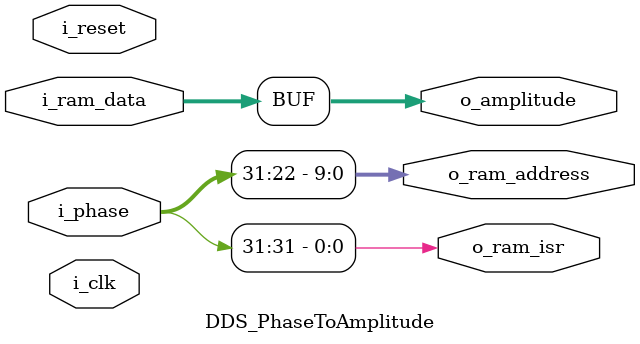
<source format=v>
/* 
	Project:	DDS Function Generator
	File:		DDS_WaveGenerator.v
	Date:		26/01/2018
	Autor:	Manuel
	
*/

//=======================================================
//  DDS_WaveGenerator
//
// Takes data from the lookup ram and generates output waveform
//
//=======================================================

module DDS_WaveGenerator#(
	parameter 			_PHASE_WORD_WIDTH = 32,
	parameter	 		_FIXED_POINT_EXP = 15,
	parameter signed	_FIXED_POINT_CONSTANT = 64'd1 << 15,
	parameter 			_FIXED_POITN_WIDTH = 16,
	parameter			_RAM_ADD_WIDTH	= 10,
	parameter			_RAM_DAT_WIDTH = 16
	)(
	input													i_clk,			//Clock
	input													i_reset,			//Reset: clears phase accumulator
	input				[_PHASE_WORD_WIDTH -1:0]	i_PhaseStep,	//Value by which the phase accumulator is incremented each clock cycle
	input				[_PHASE_WORD_WIDTH -1:0]	i_PhaseOffset,	//Phase offset addad to the signal
	output signed	[_FIXED_POITN_WIDTH-1:0]	o_Wave,			//Signal output
	
	output 								o_ram_isr,
	output	[_RAM_ADD_WIDTH-1:0]	o_ram_address,					//Lookup table ram
	input  	[_RAM_DAT_WIDTH-1:0] i_ram_data
	);
	
	
	//Phase register instantiation
	wire [_PHASE_WORD_WIDTH-1:0]	CurrentPhase;					//Signal phase
	DDS_PhaseReg #(._PHASE_WORD_WIDTH(_PHASE_WORD_WIDTH))
					phaseReg(	.i_clk(i_clk),
									.i_reset(i_reset),
									.i_PhaseStep(i_PhaseStep),
									.o_CurrentPhase(CurrentPhase));
	
	//Add phase offset
	reg 	[_PHASE_WORD_WIDTH-1:0]	CurrentPhaseOfsetted = 0;
	always @(posedge i_clk) begin
		CurrentPhaseOfsetted <= CurrentPhase + i_PhaseOffset;
	end
	
	//Phase to amplitude conversion
	wire signed [_FIXED_POITN_WIDTH-1:0]	Amplitude;
	DDS_PhaseToAmplitude #(	._PHASE_WORD_WIDTH(_PHASE_WORD_WIDTH),					
									._FIXED_POINT_EXP(_FIXED_POINT_EXP),
									._FIXED_POINT_CONSTANT(_FIXED_POINT_CONSTANT),
									._FIXED_POITN_WIDTH(_FIXED_POITN_WIDTH)
									)
					phaseToA(	.i_clk(i_clk),
									.i_reset(i_reset),
									.i_phase(CurrentPhaseOfsetted),
									.o_amplitude(Amplitude),
									.o_ram_isr(o_ram_isr),
									.o_ram_address(o_ram_address),
									.i_ram_data(i_ram_data));
	
	//Amplitude
	assign o_Wave = Amplitude;
	
endmodule



//=======================================================
//  DDS_PhaseReg
//
// Phase register.
// Increments by i_PhaseStep on every clock cycle
// 
//=======================================================

module DDS_PhaseReg #(
	parameter _PHASE_WORD_WIDTH = 32
	)(
	input 										i_clk,			//Clock
	input											i_reset,			//Reset: clears phase register
	input		[_PHASE_WORD_WIDTH - 1:0]	i_PhaseStep,	//Value by which the phase accumulator is incremented each clock cycle
	output	[_PHASE_WORD_WIDTH - 1:0]	o_CurrentPhase	//Output phase
	);
	
	wire	[_PHASE_WORD_WIDTH - 1:0]	NextPhaseRegister;
	reg 	[_PHASE_WORD_WIDTH - 1:0]	PhaseRegister = 0;
	assign o_CurrentPhase = PhaseRegister;
	
	assign NextPhaseRegister = PhaseRegister + i_PhaseStep;
	
	always @(posedge i_clk) begin
		if(i_reset)											//If reset is asserted
			PhaseRegister <= 0;							//Clear phase register
		else													//Else
			PhaseRegister <= NextPhaseRegister;		//Update phase register
	end
	
endmodule


//=======================================================
//  DDS_PhaseToAmplitude
//
// Compute signal amplitude from the current phase and lookup RAM data
//
//=======================================================

module DDS_PhaseToAmplitude #(
	parameter 			_PHASE_WORD_WIDTH 		= 32,
	parameter 			_FIXED_POINT_EXP 			= 15,
	parameter signed	_FIXED_POINT_CONSTANT	= 64'd1 << 15,
	parameter 			_FIXED_POITN_WIDTH 		= 16,
	
	parameter			_RAM_ADD_WIDTH	= 10,					//Lookup RAM address bus widh
	parameter			_RAM_DAT_WIDTH = 16					//Lookup RAM data bus widh
	)(
	input											i_clk,			//Clock
	input											i_reset,			//Reset
	input		[_PHASE_WORD_WIDTH - 1:0]	i_phase,			//Current phase
	output	[_FIXED_POITN_WIDTH-1:0]	o_amplitude,	//Output amplitude
	
	output 										o_ram_isr,		// Signal sincronized with the i_phase (LOW first half ram, HIGH second half ram)
	output 			[_RAM_ADD_WIDTH-1:0]	o_ram_address,	//Lookup RAM address bus
	input signed 	[_RAM_DAT_WIDTH-1:0]	i_ram_data 		//Lookup RAM data bus
	);
	
	assign o_ram_isr 		= i_phase[_PHASE_WORD_WIDTH-1];							//ISR on phase MSB
	assign o_ram_address	= i_phase[_PHASE_WORD_WIDTH-1 -:_RAM_ADD_WIDTH];	//Address = phase word top bits
	assign o_amplitude	= i_ram_data;													//Output RAM data
	
endmodule
</source>
